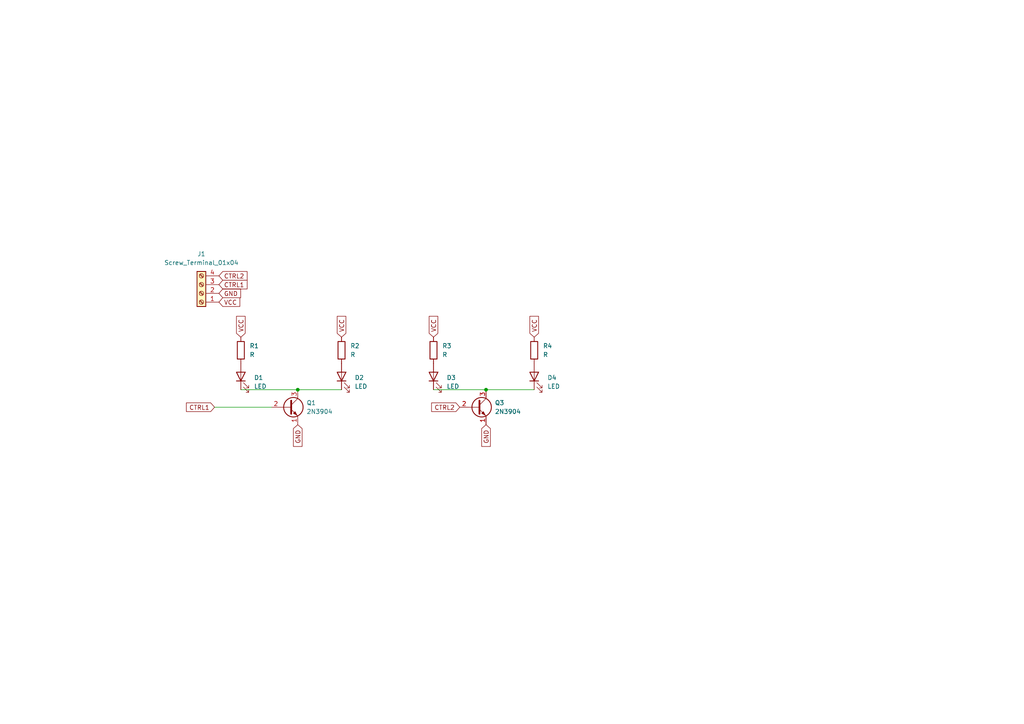
<source format=kicad_sch>
(kicad_sch (version 20250114) (generator "eeschema") (generator_version "9.0")
  (paper "A4")
  (lib_symbols
    (symbol "Connector:Screw_Terminal_01x04" (pin_names (offset 1.016) (hide yes))
      (property "Reference" "J" (at 0 5.08 0))
      (property "Value" "Screw_Terminal_01x04" (at 0 -7.62 0))
      (symbol "Screw_Terminal_01x04_1_1"
        (rectangle (start -1.27 3.81) (end 1.27 -6.35) (stroke (width 0.254)) (fill (type background)))
        (polyline (pts (xy -0.5334 2.8702) (xy 0.3302 2.032)) (stroke (width 0.1524)))
        (polyline (pts (xy -0.5334 0.3302) (xy 0.3302 -0.508)) (stroke (width 0.1524)))
        (polyline (pts (xy -0.5334 -2.2098) (xy 0.3302 -3.048)) (stroke (width 0.1524)))
        (polyline (pts (xy -0.5334 -4.7498) (xy 0.3302 -5.588)) (stroke (width 0.1524)))
        (polyline (pts (xy -0.3556 3.048) (xy 0.508 2.2098)) (stroke (width 0.1524)))
        (polyline (pts (xy -0.3556 0.508) (xy 0.508 -0.3302)) (stroke (width 0.1524)))
        (polyline (pts (xy -0.3556 -2.032) (xy 0.508 -2.8702)) (stroke (width 0.1524)))
        (polyline (pts (xy -0.3556 -4.572) (xy 0.508 -5.4102)) (stroke (width 0.1524)))
        (circle (center 0 2.54) (radius 0.635) (stroke (width 0.1524)))
        (circle (center 0 0) (radius 0.635) (stroke (width 0.1524)))
        (circle (center 0 -2.54) (radius 0.635) (stroke (width 0.1524)))
        (circle (center 0 -5.08) (radius 0.635) (stroke (width 0.1524)))
        (pin passive line (at -5.08 2.54 0) (length 3.81) (name "Pin_1") (number "1"))
        (pin passive line (at -5.08 0 0) (length 3.81) (name "Pin_2") (number "2"))
        (pin passive line (at -5.08 -2.54 0) (length 3.81) (name "Pin_3") (number "3"))
        (pin passive line (at -5.08 -5.08 0) (length 3.81) (name "Pin_4") (number "4"))
      )
    )
    (symbol "Device:LED" (pin_numbers (hide yes)) (pin_names (offset 1.016) (hide yes))
      (property "Reference" "D" (at 0 2.54 0))
      (property "Value" "LED" (at 0 -2.54 0))
      (symbol "LED_0_1"
        (polyline (pts (xy -3.048 -0.762) (xy -4.572 -2.286) (xy -3.81 -2.286) (xy -4.572 -2.286) (xy -4.572 -1.524)))
        (polyline (pts (xy -1.778 -0.762) (xy -3.302 -2.286) (xy -2.54 -2.286) (xy -3.302 -2.286) (xy -3.302 -1.524)))
        (polyline (pts (xy -1.27 0) (xy 1.27 0)))
        (polyline (pts (xy -1.27 -1.27) (xy -1.27 1.27)) (stroke (width 0.254)))
        (polyline (pts (xy 1.27 -1.27) (xy 1.27 1.27) (xy -1.27 0) (xy 1.27 -1.27)) (stroke (width 0.254)))
      )
      (symbol "LED_1_1"
        (pin passive line (at -3.81 0 0) (length 2.54) (name "K") (number "1"))
        (pin passive line (at 3.81 0 180) (length 2.54) (name "A") (number "2"))
      )
    )
    (symbol "Device:R" (pin_numbers (hide yes)) (pin_names (offset 0))
      (property "Reference" "R" (at 2.032 0 90))
      (property "Value" "R" (at 0 0 90))
      (symbol "R_0_1"
        (rectangle (start -1.016 -2.54) (end 1.016 2.54) (stroke (width 0.254)))
      )
      (symbol "R_1_1"
        (pin passive line (at 0 3.81 270) (length 1.27) (name "~") (number "1"))
        (pin passive line (at 0 -3.81 90) (length 1.27) (name "~") (number "2"))
      )
    )
    (symbol "Transistor_BJT:2N3904" (pin_names (offset 0) (hide yes))
      (property "Reference" "Q" (at 5.08 1.905 0))
      (property "Value" "2N3904" (at 5.08 0 0))
      (symbol "2N3904_0_1"
        (polyline (pts (xy -2.54 0) (xy 0.635 0)))
        (polyline (pts (xy 0.635 1.905) (xy 0.635 -1.905)) (stroke (width 0.508)))
        (circle (center 1.27 0) (radius 2.8194) (stroke (width 0.254)))
      )
      (symbol "2N3904_1_1"
        (polyline (pts (xy 0.635 0.635) (xy 2.54 2.54)))
        (polyline (pts (xy 0.635 -0.635) (xy 2.54 -2.54)))
        (polyline (pts (xy 1.27 -1.778) (xy 1.778 -1.27) (xy 2.286 -2.286) (xy 1.27 -1.778)) (fill (type outline)))
        (pin input line (at -5.08 0 0) (length 2.54) (name "B") (number "2"))
        (pin passive line (at 2.54 5.08 270) (length 2.54) (name "C") (number "3"))
        (pin passive line (at 2.54 -5.08 90) (length 2.54) (name "E") (number "1"))
      )
    )
  )
  (junction (at 140.97 113.03))
  (junction (at 86.36 113.03))
  (wire (pts (xy 86.36 113.03) (xy 99.06 113.03)))
  (wire (pts (xy 86.36 113.03) (xy 69.85 113.03)))
  (wire (pts (xy 140.97 113.03) (xy 125.73 113.03)))
  (wire (pts (xy 140.97 113.03) (xy 154.94 113.03)))
  (wire (pts (xy 78.74 118.11) (xy 62.23 118.11)))
  (global_label "CTRL2" (shape input) (at 63.5 80.01 0) (property "Intersheetrefs" "${INTERSHEET_REFS}" (effects (hide yes))))
  (global_label "VCC" (shape input) (at 63.5 87.63 0) (property "Intersheetrefs" "${INTERSHEET_REFS}" (effects (hide yes))))
  (global_label "VCC" (shape input) (at 125.73 97.79 90) (property "Intersheetrefs" "${INTERSHEET_REFS}" (effects (hide yes))))
  (global_label "VCC" (shape input) (at 99.06 97.79 90) (property "Intersheetrefs" "${INTERSHEET_REFS}" (effects (hide yes))))
  (global_label "GND" (shape input) (at 63.5 85.09 0) (property "Intersheetrefs" "${INTERSHEET_REFS}" (effects (hide yes))))
  (global_label "VCC" (shape input) (at 154.94 97.79 90) (property "Intersheetrefs" "${INTERSHEET_REFS}" (effects (hide yes))))
  (global_label "CTRL2" (shape input) (at 133.35 118.11 180) (property "Intersheetrefs" "${INTERSHEET_REFS}" (effects (hide yes))))
  (global_label "CTRL1" (shape input) (at 62.23 118.11 180) (property "Intersheetrefs" "${INTERSHEET_REFS}" (effects (hide yes))))
  (global_label "CTRL1" (shape input) (at 63.5 82.55 0) (property "Intersheetrefs" "${INTERSHEET_REFS}" (effects (hide yes))))
  (global_label "GND" (shape input) (at 86.36 123.19 270) (property "Intersheetrefs" "${INTERSHEET_REFS}" (effects (hide yes))))
  (global_label "GND" (shape input) (at 140.97 123.19 270) (property "Intersheetrefs" "${INTERSHEET_REFS}" (effects (hide yes))))
  (global_label "VCC" (shape input) (at 69.85 97.79 90) (property "Intersheetrefs" "${INTERSHEET_REFS}" (effects (hide yes))))
  (symbol (lib_id "Device:R") (at 69.85 101.6 0) (unit 1)
    (property "Reference" "R1" (at 72.39 100.3299 0) (effects (justify left)))
    (property "Value" "R" (at 72.39 102.8699 0) (effects (justify left)))
    (property "Footprint" "Resistor_THT:R_Axial_DIN0207_L6.3mm_D2.5mm_P7.62mm_Horizontal" (effects (hide yes)))
    (property "Description" "Resistor" (effects (hide yes)))
  )
  (symbol (lib_id "Device:R") (at 99.06 101.6 0) (unit 1)
    (property "Reference" "R2" (at 101.6 100.3299 0) (effects (justify left)))
    (property "Value" "R" (at 101.6 102.8699 0) (effects (justify left)))
    (property "Footprint" "Resistor_THT:R_Axial_DIN0207_L6.3mm_D2.5mm_P7.62mm_Horizontal" (effects (hide yes)))
    (property "Description" "Resistor" (effects (hide yes)))
  )
  (symbol (lib_id "Transistor_BJT:2N3904") (at 83.82 118.11 0) (unit 1)
    (property "Reference" "Q1" (at 88.9 116.8399 0) (effects (justify left)))
    (property "Value" "2N3904" (at 88.9 119.3799 0) (effects (justify left)))
    (property "Footprint" "Package_TO_SOT_THT:TO-92_Inline_Wide" (effects (hide yes)))
    (property "Datasheet" "https://www.onsemi.com/pub/Collateral/2N3903-D.PDF" (effects (hide yes)))
    (property "Description" "0.2A Ic, 40V Vce, Small Signal NPN Transistor, TO-92" (effects (hide yes)))
  )
  (symbol (lib_id "Device:LED") (at 154.94 109.22 90) (unit 1)
    (property "Reference" "D4" (at 158.75 109.5374 90) (effects (justify right)))
    (property "Value" "LED" (at 158.75 112.0774 90) (effects (justify right)))
    (property "Footprint" "LED_THT:LED_D5.0mm" (effects (hide yes)))
    (property "Description" "Light emitting diode" (effects (hide yes)))
    (property "Sim.Pins" "1=K 2=A" (effects (hide yes)))
  )
  (symbol (lib_id "Transistor_BJT:2N3904") (at 138.43 118.11 0) (unit 1)
    (property "Reference" "Q3" (at 143.51 116.8399 0) (effects (justify left)))
    (property "Value" "2N3904" (at 143.51 119.3799 0) (effects (justify left)))
    (property "Footprint" "Package_TO_SOT_THT:TO-92_Inline_Wide" (effects (hide yes)))
    (property "Datasheet" "https://www.onsemi.com/pub/Collateral/2N3903-D.PDF" (effects (hide yes)))
    (property "Description" "0.2A Ic, 40V Vce, Small Signal NPN Transistor, TO-92" (effects (hide yes)))
  )
  (symbol (lib_id "Device:R") (at 125.73 101.6 0) (unit 1)
    (property "Reference" "R3" (at 128.27 100.3299 0) (effects (justify left)))
    (property "Value" "R" (at 128.27 102.8699 0) (effects (justify left)))
    (property "Footprint" "Resistor_THT:R_Axial_DIN0207_L6.3mm_D2.5mm_P7.62mm_Horizontal" (effects (hide yes)))
    (property "Description" "Resistor" (effects (hide yes)))
  )
  (symbol (lib_id "Device:LED") (at 125.73 109.22 90) (unit 1)
    (property "Reference" "D3" (at 129.54 109.5374 90) (effects (justify right)))
    (property "Value" "LED" (at 129.54 112.0774 90) (effects (justify right)))
    (property "Footprint" "LED_THT:LED_D5.0mm" (effects (hide yes)))
    (property "Description" "Light emitting diode" (effects (hide yes)))
    (property "Sim.Pins" "1=K 2=A" (effects (hide yes)))
  )
  (symbol (lib_id "Device:LED") (at 69.85 109.22 90) (unit 1)
    (property "Reference" "D1" (at 73.66 109.5374 90) (effects (justify right)))
    (property "Value" "LED" (at 73.66 112.0774 90) (effects (justify right)))
    (property "Footprint" "LED_THT:LED_D5.0mm" (effects (hide yes)))
    (property "Description" "Light emitting diode" (effects (hide yes)))
    (property "Sim.Pins" "1=K 2=A" (effects (hide yes)))
  )
  (symbol (lib_id "Device:R") (at 154.94 101.6 0) (unit 1)
    (property "Reference" "R4" (at 157.48 100.3299 0) (effects (justify left)))
    (property "Value" "R" (at 157.48 102.8699 0) (effects (justify left)))
    (property "Footprint" "Resistor_THT:R_Axial_DIN0207_L6.3mm_D2.5mm_P7.62mm_Horizontal" (effects (hide yes)))
    (property "Description" "Resistor" (effects (hide yes)))
  )
  (symbol (lib_id "Device:LED") (at 99.06 109.22 90) (unit 1)
    (property "Reference" "D2" (at 102.87 109.5374 90) (effects (justify right)))
    (property "Value" "LED" (at 102.87 112.0774 90) (effects (justify right)))
    (property "Footprint" "LED_THT:LED_D5.0mm" (effects (hide yes)))
    (property "Description" "Light emitting diode" (effects (hide yes)))
    (property "Sim.Pins" "1=K 2=A" (effects (hide yes)))
  )
  (symbol (lib_id "Connector:Screw_Terminal_01x04") (at 58.42 85.09 180) (unit 1)
    (property "Reference" "J1" (at 58.42 73.66 0))
    (property "Value" "Screw_Terminal_01x04" (at 58.42 76.2 0))
    (property "Footprint" "TerminalBlock_Phoenix:TerminalBlock_Phoenix_MPT-0,5-4-2.54_1x04_P2.54mm_Horizontal" (effects (hide yes)))
    (property "Description" "Generic screw terminal, single row, 01x04, script generated (kicad-library-utils/schlib/autogen/connector/)" (effects (hide yes)))
  )
)
</source>
